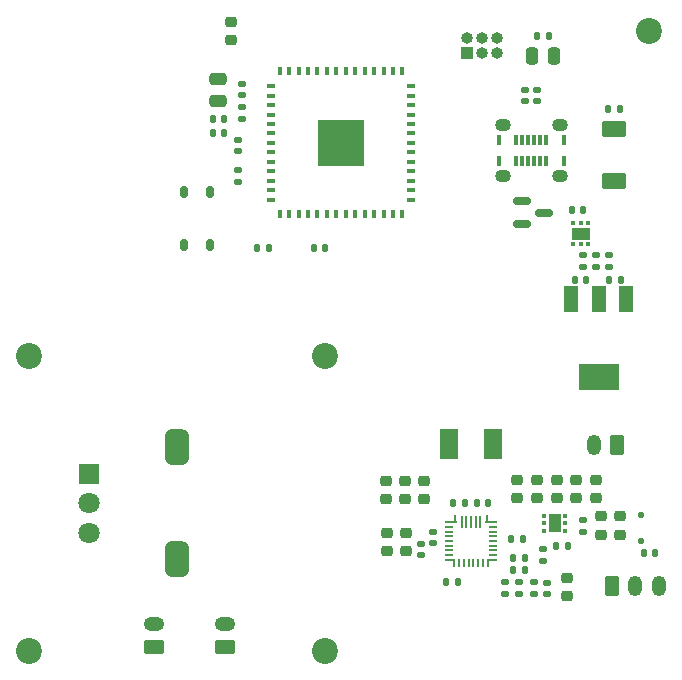
<source format=gbr>
%TF.GenerationSoftware,KiCad,Pcbnew,7.0.6*%
%TF.CreationDate,2024-03-18T22:30:39-04:00*%
%TF.ProjectId,Transmitter,5472616e-736d-4697-9474-65722e6b6963,rev?*%
%TF.SameCoordinates,Original*%
%TF.FileFunction,Soldermask,Top*%
%TF.FilePolarity,Negative*%
%FSLAX46Y46*%
G04 Gerber Fmt 4.6, Leading zero omitted, Abs format (unit mm)*
G04 Created by KiCad (PCBNEW 7.0.6) date 2024-03-18 22:30:39*
%MOMM*%
%LPD*%
G01*
G04 APERTURE LIST*
G04 Aperture macros list*
%AMRoundRect*
0 Rectangle with rounded corners*
0 $1 Rounding radius*
0 $2 $3 $4 $5 $6 $7 $8 $9 X,Y pos of 4 corners*
0 Add a 4 corners polygon primitive as box body*
4,1,4,$2,$3,$4,$5,$6,$7,$8,$9,$2,$3,0*
0 Add four circle primitives for the rounded corners*
1,1,$1+$1,$2,$3*
1,1,$1+$1,$4,$5*
1,1,$1+$1,$6,$7*
1,1,$1+$1,$8,$9*
0 Add four rect primitives between the rounded corners*
20,1,$1+$1,$2,$3,$4,$5,0*
20,1,$1+$1,$4,$5,$6,$7,0*
20,1,$1+$1,$6,$7,$8,$9,0*
20,1,$1+$1,$8,$9,$2,$3,0*%
G04 Aperture macros list end*
%ADD10RoundRect,0.135000X-0.135000X-0.185000X0.135000X-0.185000X0.135000X0.185000X-0.135000X0.185000X0*%
%ADD11RoundRect,0.135000X-0.185000X0.135000X-0.185000X-0.135000X0.185000X-0.135000X0.185000X0.135000X0*%
%ADD12R,1.000000X1.000000*%
%ADD13O,1.000000X1.000000*%
%ADD14RoundRect,0.140000X-0.140000X-0.170000X0.140000X-0.170000X0.140000X0.170000X-0.140000X0.170000X0*%
%ADD15RoundRect,0.250000X0.625000X-0.350000X0.625000X0.350000X-0.625000X0.350000X-0.625000X-0.350000X0*%
%ADD16O,1.750000X1.200000*%
%ADD17RoundRect,0.140000X-0.170000X0.140000X-0.170000X-0.140000X0.170000X-0.140000X0.170000X0.140000X0*%
%ADD18RoundRect,0.225000X-0.250000X0.225000X-0.250000X-0.225000X0.250000X-0.225000X0.250000X0.225000X0*%
%ADD19RoundRect,0.140000X0.170000X-0.140000X0.170000X0.140000X-0.170000X0.140000X-0.170000X-0.140000X0*%
%ADD20RoundRect,0.250000X-0.350000X-0.625000X0.350000X-0.625000X0.350000X0.625000X-0.350000X0.625000X0*%
%ADD21O,1.200000X1.750000*%
%ADD22RoundRect,0.140000X0.140000X0.170000X-0.140000X0.170000X-0.140000X-0.170000X0.140000X-0.170000X0*%
%ADD23RoundRect,0.225000X0.250000X-0.225000X0.250000X0.225000X-0.250000X0.225000X-0.250000X-0.225000X0*%
%ADD24R,1.800000X1.800000*%
%ADD25C,1.800000*%
%ADD26RoundRect,0.500000X-0.500000X-1.000000X0.500000X-1.000000X0.500000X1.000000X-0.500000X1.000000X0*%
%ADD27RoundRect,0.250000X-0.250000X-0.475000X0.250000X-0.475000X0.250000X0.475000X-0.250000X0.475000X0*%
%ADD28RoundRect,0.175000X0.175000X-0.325000X0.175000X0.325000X-0.175000X0.325000X-0.175000X-0.325000X0*%
%ADD29RoundRect,0.218750X0.256250X-0.218750X0.256250X0.218750X-0.256250X0.218750X-0.256250X-0.218750X0*%
%ADD30RoundRect,0.250000X0.800000X-0.450000X0.800000X0.450000X-0.800000X0.450000X-0.800000X-0.450000X0*%
%ADD31R,0.800000X0.400000*%
%ADD32R,0.400000X0.800000*%
%ADD33R,4.000000X4.000000*%
%ADD34RoundRect,0.135000X0.135000X0.185000X-0.135000X0.185000X-0.135000X-0.185000X0.135000X-0.185000X0*%
%ADD35RoundRect,0.050000X-0.425000X-0.050000X0.425000X-0.050000X0.425000X0.050000X-0.425000X0.050000X0*%
%ADD36RoundRect,0.050000X-0.050000X-0.300000X0.050000X-0.300000X0.050000X0.300000X-0.050000X0.300000X0*%
%ADD37RoundRect,0.050000X-0.250000X-0.050000X0.250000X-0.050000X0.250000X0.050000X-0.250000X0.050000X0*%
%ADD38RoundRect,0.050000X-0.400000X-0.050000X0.400000X-0.050000X0.400000X0.050000X-0.400000X0.050000X0*%
%ADD39RoundRect,0.050000X-0.050000X-0.250000X0.050000X-0.250000X0.050000X0.250000X-0.050000X0.250000X0*%
%ADD40RoundRect,0.050000X0.050000X-0.300000X0.050000X0.300000X-0.050000X0.300000X-0.050000X-0.300000X0*%
%ADD41RoundRect,0.050000X-0.300000X-0.050000X0.300000X-0.050000X0.300000X0.050000X-0.300000X0.050000X0*%
%ADD42RoundRect,0.050000X-0.275000X-0.050000X0.275000X-0.050000X0.275000X0.050000X-0.275000X0.050000X0*%
%ADD43RoundRect,0.050000X-0.290000X-0.050000X0.290000X-0.050000X0.290000X0.050000X-0.290000X0.050000X0*%
%ADD44RoundRect,0.050000X-0.050000X-0.450000X0.050000X-0.450000X0.050000X0.450000X-0.050000X0.450000X0*%
%ADD45RoundRect,0.135000X0.185000X-0.135000X0.185000X0.135000X-0.185000X0.135000X-0.185000X-0.135000X0*%
%ADD46RoundRect,0.150000X-0.587500X-0.150000X0.587500X-0.150000X0.587500X0.150000X-0.587500X0.150000X0*%
%ADD47RoundRect,0.093750X-0.093750X-0.106250X0.093750X-0.106250X0.093750X0.106250X-0.093750X0.106250X0*%
%ADD48R,1.000000X1.600000*%
%ADD49R,1.500000X2.500000*%
%ADD50RoundRect,0.250000X0.350000X0.625000X-0.350000X0.625000X-0.350000X-0.625000X0.350000X-0.625000X0*%
%ADD51RoundRect,0.250000X0.475000X-0.250000X0.475000X0.250000X-0.475000X0.250000X-0.475000X-0.250000X0*%
%ADD52RoundRect,0.093750X0.106250X-0.093750X0.106250X0.093750X-0.106250X0.093750X-0.106250X-0.093750X0*%
%ADD53R,1.600000X1.000000*%
%ADD54C,2.200000*%
%ADD55R,1.200000X2.200000*%
%ADD56R,3.500000X2.200000*%
%ADD57RoundRect,0.125000X-0.125000X0.125000X-0.125000X-0.125000X0.125000X-0.125000X0.125000X0.125000X0*%
%ADD58O,0.100000X0.100000*%
%ADD59O,1.346200X1.092200*%
%ADD60R,0.304800X0.863600*%
G04 APERTURE END LIST*
D10*
%TO.C,R1*%
X172790000Y-106700000D03*
X173810000Y-106700000D03*
%TD*%
D11*
%TO.C,R20*%
X155500000Y-66490000D03*
X155500000Y-67510000D03*
%TD*%
D12*
%TO.C,J5*%
X174530000Y-61870000D03*
D13*
X174530000Y-60600000D03*
X175800000Y-61870000D03*
X175800000Y-60600000D03*
X177070000Y-61870000D03*
X177070000Y-60600000D03*
%TD*%
D14*
%TO.C,C7*%
X173420000Y-100000000D03*
X174380000Y-100000000D03*
%TD*%
D15*
%TO.C,J3*%
X148050000Y-112200000D03*
D16*
X148050000Y-110200000D03*
%TD*%
D17*
%TO.C,R14*%
X155200000Y-71820000D03*
X155200000Y-72780000D03*
%TD*%
D18*
%TO.C,C2*%
X167800000Y-102525000D03*
X167800000Y-104075000D03*
%TD*%
D19*
%TO.C,R9*%
X155200000Y-70180000D03*
X155200000Y-69220000D03*
%TD*%
D14*
%TO.C,R7*%
X186520000Y-66600000D03*
X187480000Y-66600000D03*
%TD*%
D11*
%TO.C,R16*%
X179000000Y-106690000D03*
X179000000Y-107710000D03*
%TD*%
%TO.C,R12*%
X180200000Y-106690000D03*
X180200000Y-107710000D03*
%TD*%
D20*
%TO.C,J4*%
X186800000Y-107000000D03*
D21*
X188800000Y-107000000D03*
X190800000Y-107000000D03*
%TD*%
D22*
%TO.C,C21*%
X183080000Y-103600000D03*
X182120000Y-103600000D03*
%TD*%
%TO.C,R19*%
X162580000Y-78400000D03*
X161620000Y-78400000D03*
%TD*%
D23*
%TO.C,C14*%
X183800000Y-99575000D03*
X183800000Y-98025000D03*
%TD*%
%TO.C,C8*%
X167700000Y-99650000D03*
X167700000Y-98100000D03*
%TD*%
%TO.C,C22*%
X180500000Y-99575000D03*
X180500000Y-98025000D03*
%TD*%
D14*
%TO.C,C26*%
X183720000Y-81100000D03*
X184680000Y-81100000D03*
%TD*%
D24*
%TO.C,RV1*%
X142520000Y-97500000D03*
D25*
X142520000Y-100000000D03*
X142520000Y-102500000D03*
D26*
X150020000Y-95250000D03*
X150020000Y-104750000D03*
%TD*%
D27*
%TO.C,D2*%
X180050000Y-62100000D03*
X181950000Y-62100000D03*
%TD*%
D22*
%TO.C,C11*%
X176380000Y-100000000D03*
X175420000Y-100000000D03*
%TD*%
D28*
%TO.C,SW1*%
X150625000Y-78150000D03*
X150625000Y-73650000D03*
X152775000Y-78150000D03*
X152775000Y-73650000D03*
%TD*%
D23*
%TO.C,C10*%
X169300000Y-99675000D03*
X169300000Y-98125000D03*
%TD*%
D17*
%TO.C,C23*%
X184400000Y-79020000D03*
X184400000Y-79980000D03*
%TD*%
D29*
%TO.C,D1*%
X183000000Y-107887500D03*
X183000000Y-106312500D03*
%TD*%
D30*
%TO.C,D3*%
X187000000Y-72700000D03*
X187000000Y-68300000D03*
%TD*%
D31*
%TO.C,IC1*%
X158000000Y-64700000D03*
X158000000Y-65500000D03*
X158000000Y-66300000D03*
X158000000Y-67100000D03*
X158000000Y-67900000D03*
X158000000Y-68700000D03*
X158000000Y-69500000D03*
X158000000Y-70300000D03*
X158000000Y-71100000D03*
X158000000Y-71900000D03*
X158000000Y-72700000D03*
X158000000Y-73500000D03*
X158000000Y-74300000D03*
D32*
X158700000Y-75550000D03*
X159500000Y-75550000D03*
X160300000Y-75550000D03*
X161100000Y-75550000D03*
X161900000Y-75550000D03*
X162700000Y-75550000D03*
X163500000Y-75550000D03*
X164300000Y-75550000D03*
X165100000Y-75550000D03*
X165900000Y-75550000D03*
X166700000Y-75550000D03*
X167500000Y-75550000D03*
X168300000Y-75550000D03*
X169100000Y-75550000D03*
D31*
X169800000Y-74300000D03*
X169800000Y-73500000D03*
X169800000Y-72700000D03*
X169800000Y-71900000D03*
X169800000Y-71100000D03*
X169800000Y-70300000D03*
X169800000Y-69500000D03*
X169800000Y-68700000D03*
X169800000Y-67900000D03*
X169800000Y-67100000D03*
X169800000Y-66300000D03*
X169800000Y-65500000D03*
X169800000Y-64700000D03*
D32*
X169100000Y-63450000D03*
X168300000Y-63450000D03*
X167500000Y-63450000D03*
X166700000Y-63450000D03*
X165900000Y-63450000D03*
X165100000Y-63450000D03*
X164300000Y-63450000D03*
X163500000Y-63450000D03*
X162700000Y-63450000D03*
X161900000Y-63450000D03*
X161100000Y-63450000D03*
X160300000Y-63450000D03*
X159500000Y-63450000D03*
X158700000Y-63450000D03*
D33*
X163900000Y-69500000D03*
%TD*%
D10*
%TO.C,R6*%
X180490000Y-60410000D03*
X181510000Y-60410000D03*
%TD*%
D23*
%TO.C,C19*%
X178800000Y-99575000D03*
X178800000Y-98025000D03*
%TD*%
D34*
%TO.C,R2*%
X179310000Y-103000000D03*
X178290000Y-103000000D03*
%TD*%
D35*
%TO.C,BQ25792RQMR1*%
X173175000Y-101600000D03*
D36*
X173550000Y-101350000D03*
D37*
X173000000Y-102000000D03*
X173000000Y-102400000D03*
X173000000Y-102800000D03*
X173000000Y-103200000D03*
X173000000Y-103600000D03*
X173000000Y-104000000D03*
X173000000Y-104400000D03*
D38*
X173150000Y-104800000D03*
D36*
X173500000Y-105050000D03*
D39*
X173900000Y-105100000D03*
X174300000Y-105100000D03*
X174700000Y-105100000D03*
X175100000Y-105100000D03*
X175500000Y-105100000D03*
X175900000Y-105100000D03*
D40*
X176300000Y-105050000D03*
D38*
X176650000Y-104800000D03*
D41*
X176750000Y-104400000D03*
D42*
X176775000Y-104000000D03*
D43*
X176762500Y-103600000D03*
D37*
X176800000Y-103200000D03*
X176800000Y-102800000D03*
X176800000Y-102400000D03*
X176800000Y-102000000D03*
D36*
X176250000Y-101350000D03*
D35*
X176625000Y-101600000D03*
D44*
X175700000Y-101600000D03*
X175300000Y-101600000D03*
X174900000Y-101600000D03*
X174500000Y-101600000D03*
X174100000Y-101600000D03*
%TD*%
D19*
%TO.C,C29*%
X155500000Y-65480000D03*
X155500000Y-64520000D03*
%TD*%
D10*
%TO.C,R11*%
X178490000Y-105700000D03*
X179510000Y-105700000D03*
%TD*%
D23*
%TO.C,C17*%
X182200000Y-99575000D03*
X182200000Y-98025000D03*
%TD*%
D45*
%TO.C,R10*%
X184400000Y-102410000D03*
X184400000Y-101390000D03*
%TD*%
D18*
%TO.C,C25*%
X154600000Y-59225000D03*
X154600000Y-60775000D03*
%TD*%
D23*
%TO.C,C13*%
X185500000Y-99575000D03*
X185500000Y-98025000D03*
%TD*%
D19*
%TO.C,C9*%
X170700000Y-104380000D03*
X170700000Y-103420000D03*
%TD*%
D11*
%TO.C,R15*%
X181000000Y-103890000D03*
X181000000Y-104910000D03*
%TD*%
D46*
%TO.C,Q1*%
X179225000Y-74450000D03*
X179225000Y-76350000D03*
X181100000Y-75400000D03*
%TD*%
D11*
%TO.C,R13*%
X177800000Y-106690000D03*
X177800000Y-107710000D03*
%TD*%
D47*
%TO.C,U2*%
X181112500Y-101050000D03*
X181112500Y-101700000D03*
X181112500Y-102350000D03*
X182887500Y-102350000D03*
X182887500Y-101700000D03*
X182887500Y-101050000D03*
D48*
X182000000Y-101700000D03*
%TD*%
D22*
%TO.C,C3*%
X153980000Y-68700000D03*
X153020000Y-68700000D03*
%TD*%
D18*
%TO.C,C15*%
X187500000Y-101125000D03*
X187500000Y-102675000D03*
%TD*%
D19*
%TO.C,R4*%
X180500000Y-65980000D03*
X180500000Y-65020000D03*
%TD*%
D49*
%TO.C,L1*%
X176750000Y-95000000D03*
X173050000Y-95000000D03*
%TD*%
D17*
%TO.C,R5*%
X181300000Y-106720000D03*
X181300000Y-107680000D03*
%TD*%
D19*
%TO.C,R3*%
X179500000Y-65980000D03*
X179500000Y-65020000D03*
%TD*%
D15*
%TO.C,J2*%
X154050000Y-112200000D03*
D16*
X154050000Y-110200000D03*
%TD*%
D17*
%TO.C,C20*%
X185500000Y-79020000D03*
X185500000Y-79980000D03*
%TD*%
D10*
%TO.C,R17*%
X178490000Y-104600000D03*
X179510000Y-104600000D03*
%TD*%
D50*
%TO.C,SW2*%
X187300000Y-95050000D03*
D21*
X185300000Y-95050000D03*
%TD*%
D51*
%TO.C,C28*%
X153500000Y-65950000D03*
X153500000Y-64050000D03*
%TD*%
D52*
%TO.C,U1*%
X183550000Y-78087500D03*
X184200000Y-78087500D03*
X184850000Y-78087500D03*
X184850000Y-76312500D03*
X184200000Y-76312500D03*
X183550000Y-76312500D03*
D53*
X184200000Y-77200000D03*
%TD*%
D54*
%TO.C,H4*%
X162500000Y-87500000D03*
%TD*%
%TO.C,H2*%
X137500000Y-87500000D03*
%TD*%
D17*
%TO.C,C1*%
X171700000Y-102420000D03*
X171700000Y-103380000D03*
%TD*%
D54*
%TO.C,H5*%
X162500000Y-112500000D03*
%TD*%
%TO.C,H3*%
X137500000Y-112500000D03*
%TD*%
D22*
%TO.C,C30*%
X153980000Y-67500000D03*
X153020000Y-67500000D03*
%TD*%
D54*
%TO.C,H1*%
X190000000Y-60000000D03*
%TD*%
D17*
%TO.C,C16*%
X186600000Y-79020000D03*
X186600000Y-79980000D03*
%TD*%
D14*
%TO.C,R18*%
X156820000Y-78400000D03*
X157780000Y-78400000D03*
%TD*%
D22*
%TO.C,C24*%
X190480000Y-104200000D03*
X189520000Y-104200000D03*
%TD*%
D18*
%TO.C,C6*%
X169400000Y-102525000D03*
X169400000Y-104075000D03*
%TD*%
D14*
%TO.C,C27*%
X186620000Y-81100000D03*
X187580000Y-81100000D03*
%TD*%
D55*
%TO.C,U3*%
X188000000Y-82700000D03*
X185700000Y-82700000D03*
X183400000Y-82700000D03*
D56*
X185700000Y-89300000D03*
%TD*%
D22*
%TO.C,R8*%
X184380000Y-75200000D03*
X183420000Y-75200000D03*
%TD*%
D57*
%TO.C,D4*%
X189300000Y-101000000D03*
X189300000Y-103200000D03*
%TD*%
D18*
%TO.C,C18*%
X185900000Y-101125000D03*
X185900000Y-102675000D03*
%TD*%
D58*
%TO.C,J1*%
X177600000Y-68000000D03*
X177600000Y-72300002D03*
X182400000Y-68000000D03*
X182400000Y-72300002D03*
X183800000Y-70125001D03*
D59*
X177600000Y-68000000D03*
X182400000Y-68000000D03*
X177600000Y-72300002D03*
X182400000Y-72300002D03*
D60*
X177250000Y-69285001D03*
X178750000Y-69285001D03*
X179249999Y-69285001D03*
X179750000Y-69285001D03*
X180250000Y-69285001D03*
X180750001Y-69285001D03*
X181250000Y-69285001D03*
X182750000Y-69285001D03*
X182750000Y-71015001D03*
X181250000Y-71015001D03*
X180750001Y-71015001D03*
X180250000Y-71015001D03*
X179750000Y-71015001D03*
X179249999Y-71015001D03*
X178750000Y-71015001D03*
X177250000Y-71015001D03*
%TD*%
D23*
%TO.C,C12*%
X170900000Y-99650000D03*
X170900000Y-98100000D03*
%TD*%
M02*

</source>
